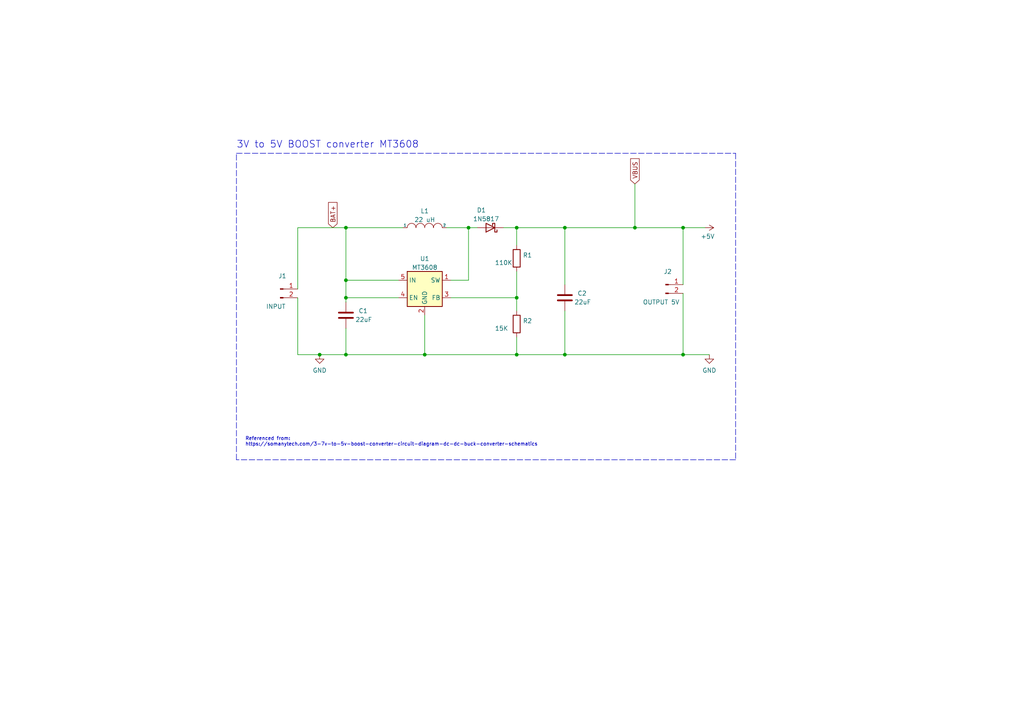
<source format=kicad_sch>
(kicad_sch (version 20211123) (generator eeschema)
  (paper "A4")
  (title_block (title "Small PCB to test 3.7 to 5V booster converter") (date "2022-06-08") (rev "1.0") (company "FASANI CORPORATION"))
  (lib_symbols
    (symbol "Connector:Conn_01x02_Male" (pin_names (offset 1.016) hide)
      (property "Reference" "J" (at 0 2.54 0))
      (property "Value" "Conn_01x02_Male" (at 0 -5.08 0))
      (symbol "Conn_01x02_Male_1_1"
        (polyline (pts (xy 1.27 -2.54) (xy 0.8636 -2.54)) (stroke (width 0.1524)))
        (polyline (pts (xy 1.27 0) (xy 0.8636 0)) (stroke (width 0.1524)))
        (rectangle (start 0.8636 -2.413) (end 0 -2.667) (stroke (width 0.1524)) (fill (type outline)))
        (rectangle (start 0.8636 0.127) (end 0 -0.127) (stroke (width 0.1524)) (fill (type outline)))
        (pin passive line (at 5.08 0 180) (length 3.81) (name "Pin_1") (number "1"))
        (pin passive line (at 5.08 -2.54 180) (length 3.81) (name "Pin_2") (number "2"))
      )
    )
    (symbol "Device:C" (pin_numbers hide) (pin_names (offset 0.254))
      (property "Reference" "C" (at 0.635 2.54 0))
      (property "Value" "C" (at 0.635 -2.54 0))
      (symbol "C_0_1"
        (polyline (pts (xy -2.032 -0.762) (xy 2.032 -0.762)) (stroke (width 0.508)))
        (polyline (pts (xy -2.032 0.762) (xy 2.032 0.762)) (stroke (width 0.508)))
      )
      (symbol "C_1_1"
        (pin passive line (at 0 3.81 270) (length 2.794) (name "~") (number "1"))
        (pin passive line (at 0 -3.81 90) (length 2.794) (name "~") (number "2"))
      )
    )
    (symbol "Device:R" (pin_numbers hide) (pin_names (offset 0))
      (property "Reference" "R" (at 2.032 0 90))
      (property "Value" "R" (at 0 0 90))
      (symbol "R_0_1"
        (rectangle (start -1.016 -2.54) (end 1.016 2.54) (stroke (width 0.254)))
      )
      (symbol "R_1_1"
        (pin passive line (at 0 3.81 270) (length 1.27) (name "~") (number "1"))
        (pin passive line (at 0 -3.81 90) (length 1.27) (name "~") (number "2"))
      )
    )
    (symbol "Diode:1N5817" (pin_numbers hide) (pin_names (offset 1.016) hide)
      (property "Reference" "D" (at 0 2.54 0))
      (property "Value" "1N5817" (at 0 -2.54 0))
      (symbol "1N5817_0_1"
        (polyline (pts (xy 1.27 0) (xy -1.27 0)))
        (polyline (pts (xy 1.27 1.27) (xy 1.27 -1.27) (xy -1.27 0) (xy 1.27 1.27)) (stroke (width 0.254)))
        (polyline (pts (xy -1.905 0.635) (xy -1.905 1.27) (xy -1.27 1.27) (xy -1.27 -1.27) (xy -0.635 -1.27) (xy -0.635 -0.635)) (stroke (width 0.254)))
      )
      (symbol "1N5817_1_1"
        (pin passive line (at -3.81 0 0) (length 2.54) (name "K") (number "1"))
        (pin passive line (at 3.81 0 180) (length 2.54) (name "A") (number "2"))
      )
    )
    (symbol "Regulator_Switching:MT3608"
      (property "Reference" "U" (at -2.54 8.89 0))
      (property "Value" "MT3608" (at -3.81 6.35 0))
      (symbol "MT3608_0_1"
        (rectangle (start -5.08 5.08) (end 5.08 -5.08) (stroke (width 0.254)) (fill (type background)))
      )
      (symbol "MT3608_1_1"
        (pin passive line (at 7.62 2.54 180) (length 2.54) (name "SW") (number "1"))
        (pin power_in line (at 0 -7.62 90) (length 2.54) (name "GND") (number "2"))
        (pin input line (at 7.62 -2.54 180) (length 2.54) (name "FB") (number "3"))
        (pin input line (at -7.62 -2.54 0) (length 2.54) (name "EN") (number "4"))
        (pin power_in line (at -7.62 2.54 0) (length 2.54) (name "IN") (number "5"))
        (pin no_connect line (at 5.08 0 180) (length 2.54) hide (name "NC") (number "6"))
      )
    )
    (symbol "power:+5V" (power) (pin_names (offset 0))
      (property "Value" "+5V" (at 0 3.556 0))
      (symbol "+5V_0_1"
        (polyline (pts (xy -0.762 1.27) (xy 0 2.54)))
        (polyline (pts (xy 0 0) (xy 0 2.54)))
        (polyline (pts (xy 0 2.54) (xy 0.762 1.27)))
      )
      (symbol "+5V_1_1"
        (pin power_in line (at 0 0 90) (length 0) hide (name "+5V") (number "1"))
      )
    )
    (symbol "power:GND" (power) (pin_names (offset 0))
      (property "Value" "GND" (at 0 -3.81 0))
      (symbol "GND_0_1"
        (polyline (pts (xy 0 0) (xy 0 -1.27) (xy 1.27 -1.27) (xy 0 -2.54) (xy -1.27 -1.27) (xy 0 -1.27)))
      )
      (symbol "GND_1_1"
        (pin power_in line (at 0 0 270) (length 0) hide (name "GND") (number "1"))
      )
    )
    (symbol "pspice:INDUCTOR" (pin_numbers hide) (pin_names (offset 0))
      (property "Reference" "L" (at 0 2.54 0))
      (property "Value" "INDUCTOR" (at 0 -1.27 0))
      (symbol "INDUCTOR_0_1"
        (arc (start -2.54 0) (mid -3.81 1.27) (end -5.08 0))
        (arc (start 0 0) (mid -1.27 1.27) (end -2.54 0))
        (arc (start 2.54 0) (mid 1.27 1.27) (end 0 0))
        (arc (start 5.08 0) (mid 3.81 1.27) (end 2.54 0))
      )
      (symbol "INDUCTOR_1_1"
        (pin input line (at -6.35 0 0) (length 1.27) (name "1") (number "1"))
        (pin input line (at 6.35 0 180) (length 1.27) (name "2") (number "2"))
      )
    )
  )
  (junction (at 149.86 86.36))
  (junction (at 100.33 102.87))
  (junction (at 163.83 102.87))
  (junction (at 198.12 102.87))
  (junction (at 100.33 81.28))
  (junction (at 123.19 102.87))
  (junction (at 198.12 66.04))
  (junction (at 100.33 86.36))
  (junction (at 149.86 66.04))
  (junction (at 135.89 66.04))
  (junction (at 149.86 102.87))
  (junction (at 100.33 66.04))
  (junction (at 163.83 66.04))
  (junction (at 184.15 66.04))
  (junction (at 92.71 102.87))
  (wire (pts (xy 92.71 102.87) (xy 100.33 102.87)))
  (wire (pts (xy 198.12 66.04) (xy 204.47 66.04)))
  (wire (pts (xy 100.33 102.87) (xy 123.19 102.87)))
  (wire (pts (xy 184.15 66.04) (xy 198.12 66.04)))
  (wire (pts (xy 86.36 66.04) (xy 86.36 83.82)))
  (wire (pts (xy 100.33 66.04) (xy 116.84 66.04)))
  (polyline (pts (xy 213.36 44.45) (xy 213.36 133.35)))
  (wire (pts (xy 163.83 90.17) (xy 163.83 102.87)))
  (wire (pts (xy 135.89 81.28) (xy 135.89 66.04)))
  (wire (pts (xy 100.33 81.28) (xy 100.33 66.04)))
  (wire (pts (xy 130.81 81.28) (xy 135.89 81.28)))
  (wire (pts (xy 146.05 66.04) (xy 149.86 66.04)))
  (wire (pts (xy 198.12 102.87) (xy 205.74 102.87)))
  (wire (pts (xy 123.19 102.87) (xy 149.86 102.87)))
  (wire (pts (xy 163.83 66.04) (xy 184.15 66.04)))
  (wire (pts (xy 163.83 102.87) (xy 198.12 102.87)))
  (wire (pts (xy 149.86 66.04) (xy 149.86 71.12)))
  (wire (pts (xy 135.89 66.04) (xy 129.54 66.04)))
  (wire (pts (xy 100.33 86.36) (xy 100.33 81.28)))
  (wire (pts (xy 123.19 91.44) (xy 123.19 102.87)))
  (wire (pts (xy 100.33 86.36) (xy 115.57 86.36)))
  (wire (pts (xy 100.33 87.63) (xy 100.33 86.36)))
  (wire (pts (xy 86.36 102.87) (xy 92.71 102.87)))
  (wire (pts (xy 163.83 66.04) (xy 163.83 82.55)))
  (wire (pts (xy 149.86 78.74) (xy 149.86 86.36)))
  (wire (pts (xy 149.86 97.79) (xy 149.86 102.87)))
  (wire (pts (xy 100.33 81.28) (xy 115.57 81.28)))
  (wire (pts (xy 86.36 66.04) (xy 100.33 66.04)))
  (wire (pts (xy 138.43 66.04) (xy 135.89 66.04)))
  (polyline (pts (xy 68.58 133.35) (xy 68.58 44.45)))
  (wire (pts (xy 100.33 95.25) (xy 100.33 102.87)))
  (wire (pts (xy 184.15 53.34) (xy 184.15 66.04)))
  (wire (pts (xy 149.86 66.04) (xy 163.83 66.04)))
  (wire (pts (xy 198.12 85.09) (xy 198.12 102.87)))
  (wire (pts (xy 86.36 102.87) (xy 86.36 86.36)))
  (wire (pts (xy 198.12 66.04) (xy 198.12 82.55)))
  (polyline (pts (xy 213.36 133.35) (xy 68.58 133.35)))
  (wire (pts (xy 149.86 102.87) (xy 163.83 102.87)))
  (wire (pts (xy 130.81 86.36) (xy 149.86 86.36)))
  (polyline (pts (xy 68.58 44.45) (xy 213.36 44.45)))
  (wire (pts (xy 149.86 86.36) (xy 149.86 90.17)))
  (text "Referenced from:\nhttps://somanytech.com/3-7v-to-5v-boost-converter-circuit-diagram-dc-dc-buck-converter-schematics" (at 71.12 129.54 0) (effects (font (size 1 1)) (justify left bottom)))
  (text "3V to 5V BOOST converter MT3608" (at 68.58 43.18 0) (effects (font (size 2 2)) (justify left bottom)))
  (global_label "VBUS" (shape input) (at 184.15 53.34 90) (property "Intersheet References" "${INTERSHEET_REFS}" (effects hide)))
  (global_label "BAT+" (shape input) (at 96.52 66.04 90) (property "Intersheet References" "${INTERSHEET_REFS}" (effects hide)))
  (symbol (lib_id "Diode:1N5817") (at 142.24 66.04 180) (unit 1)
    (property "Reference" "D1" (at 140.97 60.96 0) (effects (justify left)))
    (property "Value" "1N5817" (at 144.78 63.5 0) (effects (justify left)))
    (property "Footprint" "Diode_SMD:D_SOD-123" (effects hide))
    (property "Datasheet" "http://www.vishay.com/docs/88525/1n5817.pdf" (effects hide))
    (property "LCSC" " C8598" (effects hide))
  )
  (symbol (lib_id "pspice:INDUCTOR") (at 123.19 66.04 0) (unit 1)
    (property "Reference" "L1" (at 123.19 61.1972 0))
    (property "Value" "22 uH" (at 123.19 63.7341 0))
    (property "Footprint" "footprint:SWPA5040S282MT" (effects hide))
    (property "Datasheet" "https://datasheet.lcsc.com/szlcsc/2011031037_PROD-Tech-PSPMAA1040H-100M-ANP_C436573.pdf" (effects hide))
    (property "LCSC" "C68434" (effects hide))
    (property "Package" "SMD-PIND-10.0x11.5x3.8_2.0x3.0" (effects hide))
  )
  (symbol (lib_id "Connector:Conn_01x02_Male") (at 193.04 82.55 0) (unit 1)
    (property "Reference" "J2" (at 193.675 78.774 0))
    (property "Value" "OUTPUT 5V" (at 191.77 87.63 0))
    (property "Footprint" "Connector_PinHeader_2.54mm:PinHeader_1x02_P2.54mm_Vertical" (effects hide))
  )
  (symbol (lib_id "Device:R") (at 149.86 93.98 0) (unit 1)
    (property "Reference" "R2" (at 151.638 93.0715 0) (effects (justify left)))
    (property "Value" "15K" (at 143.51 95.25 0) (effects (justify left)))
    (property "Footprint" "Resistor_SMD:R_0603_1608Metric" (effects hide))
    (property "LCSC" "C22809" (effects hide))
  )
  (symbol (lib_id "power:+5V") (at 204.47 66.04 270) (mirror x) (unit 1)
    (property "Reference" "#PWR02" (effects hide))
    (property "Value" "+5V" (at 203.2 68.58 90) (effects (justify left)))
  )
  (symbol (lib_id "Regulator_Switching:MT3608") (at 123.19 83.82 0) (unit 1)
    (property "Reference" "U1" (at 123.19 75.0402 0))
    (property "Value" "MT3608" (at 123.19 77.5771 0))
    (property "Footprint" "Package_TO_SOT_SMD:SOT-23-6" (effects hide))
    (property "Datasheet" "https://www.olimex.com/Products/Breadboarding/BB-PWR-3608/resources/MT3608.pdf" (effects hide))
    (property "LCSC" "C2932326" (effects hide))
  )
  (symbol (lib_id "Device:R") (at 149.86 74.93 0) (unit 1)
    (property "Reference" "R1" (at 151.638 74.0215 0) (effects (justify left)))
    (property "Value" "110K" (at 143.51 76.2 0) (effects (justify left)))
    (property "Footprint" "Resistor_SMD:R_0603_1608Metric" (effects hide))
    (property "LCSC" "C25805" (effects hide))
  )
  (symbol (lib_id "Connector:Conn_01x02_Male") (at 81.28 83.82 0) (unit 1)
    (property "Reference" "J1" (at 81.915 80.044 0))
    (property "Value" "INPUT" (at 80.01 88.9 0))
    (property "Footprint" "Connector_PinHeader_2.54mm:PinHeader_1x02_P2.54mm_Vertical" (effects hide))
  )
  (symbol (lib_id "Device:C") (at 100.33 91.44 0) (unit 1)
    (property "Reference" "C1" (at 106.68 90.17 0) (effects (justify right)))
    (property "Value" "22uF" (at 107.95 92.71 0) (effects (justify right)))
    (property "Footprint" "Capacitor_SMD:C_0805_2012Metric" (effects hide))
    (property "LCSC" "C1644" (effects hide))
  )
  (symbol (lib_id "Device:C") (at 163.83 86.36 0) (unit 1)
    (property "Reference" "C2" (at 170.18 85.09 0) (effects (justify right)))
    (property "Value" "22uF" (at 171.45 87.63 0) (effects (justify right)))
    (property "Footprint" "Capacitor_SMD:C_0805_2012Metric" (effects hide))
    (property "LCSC" "C1644" (effects hide))
  )
  (symbol (lib_id "power:GND") (at 205.74 102.87 0) (unit 1)
    (property "Reference" "#PWR03" (effects hide))
    (property "Value" "GND" (at 205.74 107.4325 0))
  )
  (symbol (lib_id "power:GND") (at 92.71 102.87 0) (unit 1)
    (property "Reference" "#PWR01" (effects hide))
    (property "Value" "GND" (at 92.71 107.4325 0))
  )
)
</source>
